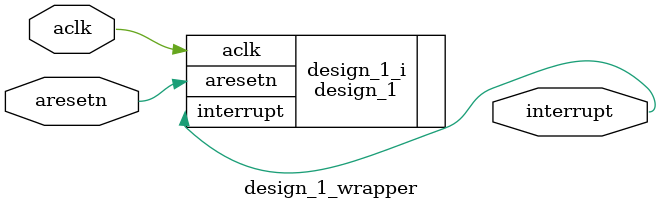
<source format=v>
`timescale 1 ps / 1 ps

module design_1_wrapper
   (aclk,
    aresetn,
    interrupt);
  input aclk;
  input aresetn;
  output interrupt;

  wire aclk;
  wire aresetn;
  wire interrupt;

  design_1 design_1_i
       (.aclk(aclk),
        .aresetn(aresetn),
        .interrupt(interrupt));
endmodule

</source>
